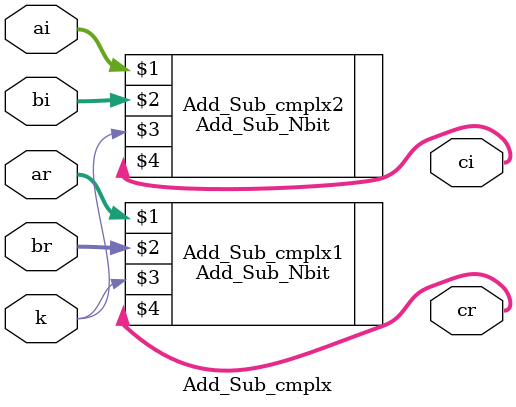
<source format=v>
`timescale 1ns / 1ps


module Add_Sub_cmplx #(parameter N=32)(ar,ai,br,bi,k,cr,ci);
input[N-1:0] ar,ai,br,bi;
input k;
output[N:0]cr,ci;
Add_Sub_Nbit #(N) Add_Sub_cmplx1(ar,br,k,cr);
Add_Sub_Nbit #(N) Add_Sub_cmplx2(ai,bi,k,ci);
endmodule

</source>
